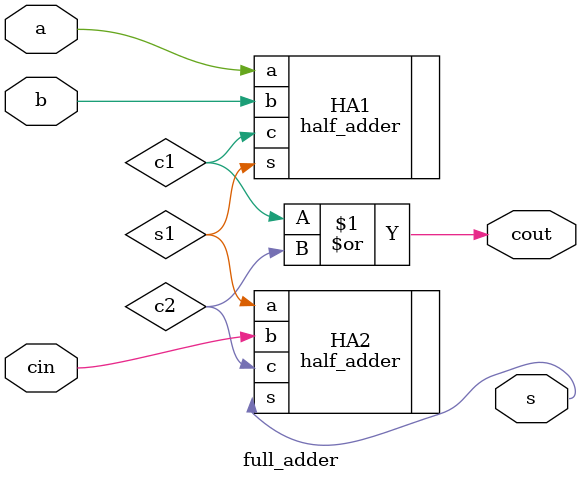
<source format=v>
`timescale 1ns / 1ps


module full_adder(
    input wire a, b, cin,
    output wire s, cout
);
    wire c1, c2;
    wire s1;
    half_adder HA1(.a(a),.b(b),.s(s1),.c(c1));
    half_adder HA2(.a(s1),.b(cin),.s(s),.c(c2));
    
    assign cout = c1 | c2;


endmodule

</source>
